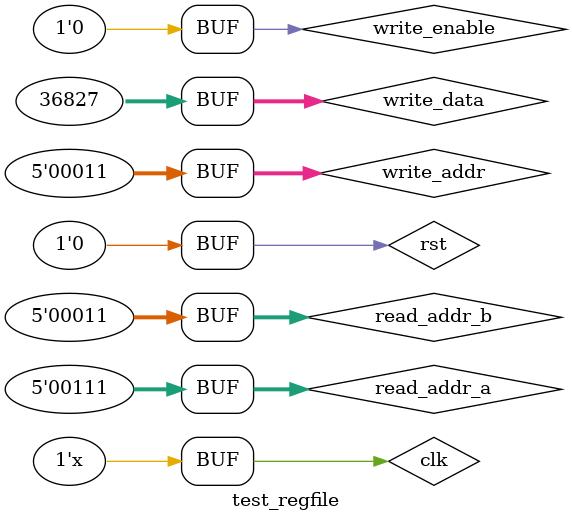
<source format=sv>
`timescale 1ns / 1ps


module test_regfile;

	// Inputs
	reg [31:0] write_data;
	reg [4:0] read_addr_a;
	reg [4:0] read_addr_b;
	reg [4:0] write_addr;
	reg write_enable;
	reg clk;
	reg rst;

	// Outputs
	wire [31:0] read_data_a;
	wire [31:0] read_data_b;

	// Instantiate the Unit Under Test (UUT)
	regfile uut (
		.read_data_a(read_data_a), 
		.read_data_b(read_data_b), 
		.write_data(write_data), 
		.read_addr_a(read_addr_a), 
		.read_addr_b(read_addr_b), 
		.write_addr(write_addr), 
		.write_enable(write_enable), 
		.clk(clk), 
		.rst(rst)
	);

	initial begin
		// Initialize Inputs
		write_data = 0;
		read_addr_a = 0;
		read_addr_b = 0;
		write_addr = 0;
		write_enable = 0;
		clk = 0;
		rst = 0;

		// Wait 100 ns for global reset to finish
        rst <= 1;
		#200;
        rst <= 0;
		#20 
		write_addr <= 7;
        write_data <= 327;
        write_enable <= 1;
        #20; 
		write_addr <= 3;
        write_data <= 36827;
        #20;
        write_enable <= 0;
        #20;
		read_addr_a <= 7;
		read_addr_b <= 3;
		// Add stimulus here
	end
	always begin
		#10	clk <= ~clk;
        
		// Add stimulus here

	end
      
endmodule


</source>
